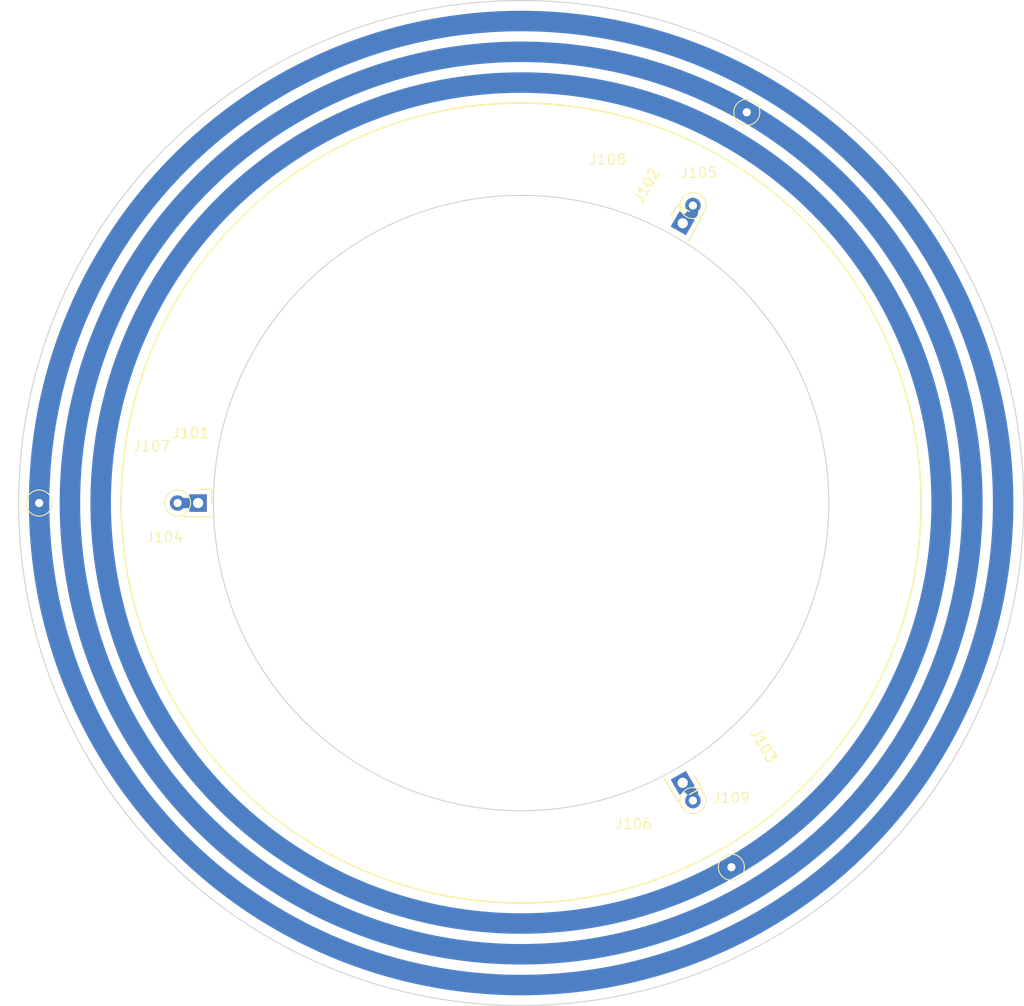
<source format=kicad_pcb>
(kicad_pcb (version 20221018) (generator pcbnew)
  (layers (0 "F.Cu" signal) (31 "B.Cu" signal) (34 "B.Paste" user) (35 "F.Paste" user) (36 "B.SilkS" user "B.Silkscreen") (37 "F.SilkS" user "F.Silkscreen") (38 "B.Mask" user) (39 "F.Mask" user) (44 "Edge.Cuts" user))
  (net 0 "")
  (net 1 "Net-(J101-Pin_1)")
  (net 2 "Net-(J102-Pin_1)")
  (net 3 "Net-(J103-Pin_1)")
  (footprint "my_small_pad:my_small_pad" (layer "F.Cu") (at 66.75 79.012)
    (fp_text reference "J106" (at -5.79 2.268 unlocked) (layer "F.SilkS") (effects (font (thickness 0.1))))
    (fp_text value "PWM2-MIDDLE")
    (fp_circle (center 0 0) (end 0 -1.27) (stroke (width 0.1)) (fill none) (layer "F.SilkS"))
    (pad "1" thru_hole circle (at 0 0) (size 1.5 1.5) (drill 0.8) (layers "*.Cu" "*.Mask") (net 3 "Net-(J103-Pin_1)"))
  )
  (footprint "my_small_pad:my_small_pad" (layer "F.Cu") (at 72 11.895)
    (fp_text reference "J108" (at -13.58 4.615 unlocked) (layer "F.SilkS") (effects (font (thickness 0.1))))
    (fp_text value "PWM1-OUT")
    (fp_circle (center 0 0) (end 0 -1.27) (stroke (width 0.1)) (fill none) (layer "F.SilkS"))
    (pad "1" thru_hole circle (at 0 0) (size 1.5 1.5) (drill 0.8) (layers "*.Cu" "*.Mask"))
  )
  (footprint "MyPinSocket:MyPinSocket" (layer "F.Cu") (at 65.75 77.28 -60)
    (fp_text reference "J103" (at 0.819988 -8.660261 120) (layer "F.SilkS"))
    (fp_text value "PWM2-IN")
    (fp_line (start -1.33 1.21) (end -1.33 1.33) (stroke (width 0.12)) (layer "F.SilkS"))
    (fp_line (start -1.33 1.33) (end 1.33 1.33) (stroke (width 0.12)) (layer "F.SilkS"))
    (fp_line (start 0 -1.33) (end 1.33 -1.33) (stroke (width 0.12)) (layer "F.SilkS"))
    (fp_line (start 1.33 -1.33) (end 1.33 0) (stroke (width 0.12)) (layer "F.SilkS"))
    (fp_line (start 1.33 1.21) (end 1.33 1.33) (stroke (width 0.12)) (layer "F.SilkS"))
    (pad "1" thru_hole rect (at 0 0 300) (size 1.7 1.7) (drill 1) (layers "*.Cu" "*.Mask") (net 3 "Net-(J103-Pin_1)"))
  )
  (footprint "my_small_pad:my_small_pad" (layer "F.Cu") (at 16.5 50)
    (fp_text reference "J104" (at -1.26 3.34 unlocked) (layer "F.SilkS") (effects (font (thickness 0.1))))
    (fp_text value "PWM+MIDDLE")
    (fp_circle (center 0 0) (end 0 -1.27) (stroke (width 0.1)) (fill none) (layer "F.SilkS"))
    (pad "1" thru_hole circle (at 0 0) (size 1.5 1.5) (drill 0.8) (layers "*.Cu" "*.Mask") (net 1 "Net-(J101-Pin_1)"))
  )
  (footprint "my_small_pad:my_small_pad" (layer "F.Cu") (at 70.5 85.507)
    (fp_text reference "J109" (at 0 -6.767 unlocked) (layer "F.SilkS") (effects (font (thickness 0.1))))
    (fp_text value "PWM2-OUT")
    (fp_circle (center 0 0) (end 0 -1.27) (stroke (width 0.1)) (fill none) (layer "F.SilkS"))
    (pad "1" thru_hole circle (at 0 0) (size 1.5 1.5) (drill 0.8) (layers "*.Cu" "*.Mask"))
  )
  (footprint "my_small_pad:my_small_pad" (layer "F.Cu") (at 66.75 20.988)
    (fp_text reference "J105" (at 0.56 -3.208 unlocked) (layer "F.SilkS") (effects (font (thickness 0.1))))
    (fp_text value "PWM1-MIDDLE")
    (fp_circle (center 0 0) (end 0 -1.27) (stroke (width 0.1)) (fill none) (layer "F.SilkS"))
    (pad "1" thru_hole circle (at 0 0) (size 1.5 1.5) (drill 0.8) (layers "*.Cu" "*.Mask") (net 2 "Net-(J102-Pin_1)"))
  )
  (footprint "MyPinSocket:MyPinSocket" (layer "F.Cu") (at 65.75 22.72 60)
    (fp_text reference "J102" (at 1.418313 -4.883409 60) (layer "F.SilkS"))
    (fp_text value "PWM1-IN")
    (fp_line (start -1.33 1.21) (end -1.33 1.33) (stroke (width 0.12)) (layer "F.SilkS"))
    (fp_line (start -1.33 1.33) (end 1.33 1.33) (stroke (width 0.12)) (layer "F.SilkS"))
    (fp_line (start 0 -1.33) (end 1.33 -1.33) (stroke (width 0.12)) (layer "F.SilkS"))
    (fp_line (start 1.33 -1.33) (end 1.33 0) (stroke (width 0.12)) (layer "F.SilkS"))
    (fp_line (start 1.33 1.21) (end 1.33 1.33) (stroke (width 0.12)) (layer "F.SilkS"))
    (pad "1" thru_hole rect (at 0 0 60) (size 1.7 1.7) (drill 1) (layers "*.Cu" "*.Mask") (net 2 "Net-(J102-Pin_1)"))
  )
  (footprint "MyPinSocket:MyPinSocket" (layer "F.Cu") (at 18.5 50)
    (fp_text reference "J101" (at -0.72 -6.82) (layer "F.SilkS"))
    (fp_text value "PWM+IN")
    (fp_line (start -1.33 1.21) (end -1.33 1.33) (stroke (width 0.12)) (layer "F.SilkS"))
    (fp_line (start -1.33 1.33) (end 1.33 1.33) (stroke (width 0.12)) (layer "F.SilkS"))
    (fp_line (start 0 -1.33) (end 1.33 -1.33) (stroke (width 0.12)) (layer "F.SilkS"))
    (fp_line (start 1.33 -1.33) (end 1.33 0) (stroke (width 0.12)) (layer "F.SilkS"))
    (fp_line (start 1.33 1.21) (end 1.33 1.33) (stroke (width 0.12)) (layer "F.SilkS"))
    (pad "1" thru_hole rect (at 0 0) (size 1.7 1.7) (drill 1) (layers "*.Cu" "*.Mask") (net 1 "Net-(J101-Pin_1)"))
  )
  (footprint "my_small_pad:my_small_pad" (layer "F.Cu") (at 3 50)
    (fp_text reference "J107" (at 10.97 -5.55 unlocked) (layer "F.SilkS") (effects (font (thickness 0.1))))
    (fp_text value "PWM+OUT")
    (fp_circle (center 0 0) (end 0 -1.27) (stroke (width 0.1)) (fill none) (layer "F.SilkS"))
    (pad "1" thru_hole circle (at 0 0) (size 1.5 1.5) (drill 0.8) (layers "*.Cu" "*.Mask"))
  )
  (gr_circle (center 50 50) (end 91 50) (stroke (width 2)) (fill none) (layer "B.Cu"))
  (gr_circle (center 50 50) (end 97 50) (stroke (width 2)) (fill none) (layer "B.Cu"))
  (gr_circle (center 50 50) (end 94 50) (stroke (width 2)) (fill none) (layer "B.Cu"))
  (gr_circle (center 50 50) (end 89 50) (stroke (width 0.15)) (fill none) (layer "F.SilkS"))
  (gr_circle (center 50 50) (end 80 50) (stroke (width 0.1)) (fill none) (layer "Edge.Cuts"))
  (gr_circle (center 50 50) (end 99 50) (stroke (width 0.1)) (fill none) (layer "Edge.Cuts"))
  (segment (start 16.5 50) (end 18.5 50) (width 1) (layer "B.Cu") (net 1))
  (segment (start 66.75 20.988) (end 66.75 21.72) (width 1) (layer "B.Cu") (net 2))
  (segment (start 66.75 21.72) (end 65.75 22.72) (width 1) (layer "B.Cu") (net 2))
  (segment (start 66.75 79.012) (end 66.75 78.28) (width 1) (layer "B.Cu") (net 3))
  (segment (start 66.75 78.28) (end 65.75 77.28) (width 1) (layer "B.Cu") (net 3))
)
</source>
